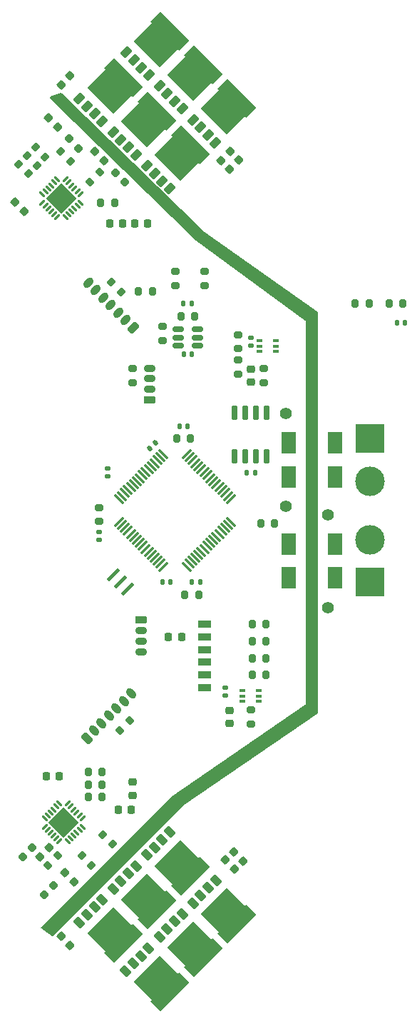
<source format=gbr>
%TF.GenerationSoftware,KiCad,Pcbnew,(6.0.8)*%
%TF.CreationDate,2023-03-29T20:05:15+09:00*%
%TF.ProjectId,ORION_VV_driver_v4,4f52494f-4e5f-4565-965f-647269766572,rev?*%
%TF.SameCoordinates,Original*%
%TF.FileFunction,Soldermask,Bot*%
%TF.FilePolarity,Negative*%
%FSLAX46Y46*%
G04 Gerber Fmt 4.6, Leading zero omitted, Abs format (unit mm)*
G04 Created by KiCad (PCBNEW (6.0.8)) date 2023-03-29 20:05:15*
%MOMM*%
%LPD*%
G01*
G04 APERTURE LIST*
G04 Aperture macros list*
%AMRoundRect*
0 Rectangle with rounded corners*
0 $1 Rounding radius*
0 $2 $3 $4 $5 $6 $7 $8 $9 X,Y pos of 4 corners*
0 Add a 4 corners polygon primitive as box body*
4,1,4,$2,$3,$4,$5,$6,$7,$8,$9,$2,$3,0*
0 Add four circle primitives for the rounded corners*
1,1,$1+$1,$2,$3*
1,1,$1+$1,$4,$5*
1,1,$1+$1,$6,$7*
1,1,$1+$1,$8,$9*
0 Add four rect primitives between the rounded corners*
20,1,$1+$1,$2,$3,$4,$5,0*
20,1,$1+$1,$4,$5,$6,$7,0*
20,1,$1+$1,$6,$7,$8,$9,0*
20,1,$1+$1,$8,$9,$2,$3,0*%
%AMHorizOval*
0 Thick line with rounded ends*
0 $1 width*
0 $2 $3 position (X,Y) of the first rounded end (center of the circle)*
0 $4 $5 position (X,Y) of the second rounded end (center of the circle)*
0 Add line between two ends*
20,1,$1,$2,$3,$4,$5,0*
0 Add two circle primitives to create the rounded ends*
1,1,$1,$2,$3*
1,1,$1,$4,$5*%
%AMRotRect*
0 Rectangle, with rotation*
0 The origin of the aperture is its center*
0 $1 length*
0 $2 width*
0 $3 Rotation angle, in degrees counterclockwise*
0 Add horizontal line*
21,1,$1,$2,0,0,$3*%
%AMFreePoly0*
4,1,21,3.024497,2.399497,3.045000,2.350000,3.045000,-2.350000,3.024497,-2.399497,2.975000,-2.420000,1.425000,-2.420000,1.375503,-2.399497,1.355000,-2.350000,1.355000,-2.170000,-1.650000,-2.170000,-1.699497,-2.149497,-1.720000,-2.100000,-1.720000,2.100000,-1.699497,2.149497,-1.650000,2.170000,1.355000,2.170000,1.355000,2.350000,1.375503,2.399497,1.425000,2.420000,2.975000,2.420000,
3.024497,2.399497,3.024497,2.399497,$1*%
G04 Aperture macros list end*
%ADD10RoundRect,0.225000X0.475000X-0.225000X0.475000X0.225000X-0.475000X0.225000X-0.475000X-0.225000X0*%
%ADD11O,1.400000X0.900000*%
%ADD12C,1.400000*%
%ADD13R,3.500000X3.500000*%
%ADD14C,3.500000*%
%ADD15RoundRect,0.225000X0.494975X0.176777X0.176777X0.494975X-0.494975X-0.176777X-0.176777X-0.494975X0*%
%ADD16HorizOval,0.900000X0.176777X0.176777X-0.176777X-0.176777X0*%
%ADD17RoundRect,0.225000X-0.475000X0.225000X-0.475000X-0.225000X0.475000X-0.225000X0.475000X0.225000X0*%
%ADD18RoundRect,0.225000X0.176777X-0.494975X0.494975X-0.176777X-0.176777X0.494975X-0.494975X0.176777X0*%
%ADD19HorizOval,0.900000X-0.176777X0.176777X0.176777X-0.176777X0*%
%ADD20RoundRect,0.225000X-0.575000X0.225000X-0.575000X-0.225000X0.575000X-0.225000X0.575000X0.225000X0*%
%ADD21RoundRect,0.140000X0.140000X0.170000X-0.140000X0.170000X-0.140000X-0.170000X0.140000X-0.170000X0*%
%ADD22RoundRect,0.200000X-0.275000X0.200000X-0.275000X-0.200000X0.275000X-0.200000X0.275000X0.200000X0*%
%ADD23RoundRect,0.200000X0.053033X-0.335876X0.335876X-0.053033X-0.053033X0.335876X-0.335876X0.053033X0*%
%ADD24RoundRect,0.200000X0.275000X-0.200000X0.275000X0.200000X-0.275000X0.200000X-0.275000X-0.200000X0*%
%ADD25RoundRect,0.200000X0.200000X0.275000X-0.200000X0.275000X-0.200000X-0.275000X0.200000X-0.275000X0*%
%ADD26RoundRect,0.225000X-0.335876X-0.017678X-0.017678X-0.335876X0.335876X0.017678X0.017678X0.335876X0*%
%ADD27RoundRect,0.200000X-0.200000X-0.275000X0.200000X-0.275000X0.200000X0.275000X-0.200000X0.275000X0*%
%ADD28RoundRect,0.070000X0.159099X-0.654074X0.654074X-0.159099X-0.159099X0.654074X-0.654074X0.159099X0*%
%ADD29FreePoly0,315.000000*%
%ADD30RoundRect,0.140000X-0.140000X-0.170000X0.140000X-0.170000X0.140000X0.170000X-0.140000X0.170000X0*%
%ADD31RoundRect,0.140000X0.170000X-0.140000X0.170000X0.140000X-0.170000X0.140000X-0.170000X-0.140000X0*%
%ADD32RoundRect,0.200000X-0.335876X-0.053033X-0.053033X-0.335876X0.335876X0.053033X0.053033X0.335876X0*%
%ADD33RoundRect,0.150000X0.150000X-0.725000X0.150000X0.725000X-0.150000X0.725000X-0.150000X-0.725000X0*%
%ADD34RoundRect,0.218750X0.256250X-0.218750X0.256250X0.218750X-0.256250X0.218750X-0.256250X-0.218750X0*%
%ADD35RoundRect,0.218750X-0.335876X-0.026517X-0.026517X-0.335876X0.335876X0.026517X0.026517X0.335876X0*%
%ADD36RoundRect,0.062500X-0.220971X-0.309359X0.309359X0.220971X0.220971X0.309359X-0.309359X-0.220971X0*%
%ADD37RoundRect,0.062500X0.220971X-0.309359X0.309359X-0.220971X-0.220971X0.309359X-0.309359X0.220971X0*%
%ADD38RotRect,2.600000X2.600000X45.000000*%
%ADD39RoundRect,0.218750X-0.218750X-0.256250X0.218750X-0.256250X0.218750X0.256250X-0.218750X0.256250X0*%
%ADD40R,0.650000X0.400000*%
%ADD41RoundRect,0.140000X0.021213X-0.219203X0.219203X-0.021213X-0.021213X0.219203X-0.219203X0.021213X0*%
%ADD42RoundRect,0.225000X0.225000X0.250000X-0.225000X0.250000X-0.225000X-0.250000X0.225000X-0.250000X0*%
%ADD43RoundRect,0.218750X-0.026517X0.335876X-0.335876X0.026517X0.026517X-0.335876X0.335876X-0.026517X0*%
%ADD44RoundRect,0.070000X0.654074X0.159099X0.159099X0.654074X-0.654074X-0.159099X-0.159099X-0.654074X0*%
%ADD45FreePoly0,45.000000*%
%ADD46RoundRect,0.225000X-0.250000X0.225000X-0.250000X-0.225000X0.250000X-0.225000X0.250000X0.225000X0*%
%ADD47RoundRect,0.200000X0.335876X0.053033X0.053033X0.335876X-0.335876X-0.053033X-0.053033X-0.335876X0*%
%ADD48RoundRect,0.150000X-0.512500X-0.150000X0.512500X-0.150000X0.512500X0.150000X-0.512500X0.150000X0*%
%ADD49RoundRect,0.200000X-0.053033X0.335876X-0.335876X0.053033X0.053033X-0.335876X0.335876X-0.053033X0*%
%ADD50RotRect,0.400000X1.900000X315.000000*%
%ADD51RoundRect,0.225000X0.017678X-0.335876X0.335876X-0.017678X-0.017678X0.335876X-0.335876X0.017678X0*%
%ADD52RoundRect,0.075000X-0.441942X-0.548008X0.548008X0.441942X0.441942X0.548008X-0.548008X-0.441942X0*%
%ADD53RoundRect,0.075000X0.441942X-0.548008X0.548008X-0.441942X-0.441942X0.548008X-0.548008X0.441942X0*%
%ADD54R,1.800000X2.500000*%
%ADD55RoundRect,0.062500X-0.309359X0.220971X0.220971X-0.309359X0.309359X-0.220971X-0.220971X0.309359X0*%
%ADD56RoundRect,0.062500X-0.309359X-0.220971X-0.220971X-0.309359X0.309359X0.220971X0.220971X0.309359X0*%
%ADD57RotRect,2.600000X2.600000X315.000000*%
%ADD58RoundRect,0.225000X-0.225000X-0.250000X0.225000X-0.250000X0.225000X0.250000X-0.225000X0.250000X0*%
%ADD59RoundRect,0.140000X-0.170000X0.140000X-0.170000X-0.140000X0.170000X-0.140000X0.170000X0.140000X0*%
%ADD60RoundRect,0.218750X0.218750X0.256250X-0.218750X0.256250X-0.218750X-0.256250X0.218750X-0.256250X0*%
%ADD61RoundRect,0.225000X0.335876X0.017678X0.017678X0.335876X-0.335876X-0.017678X-0.017678X-0.335876X0*%
G04 APERTURE END LIST*
D10*
%TO.C,J2*%
X108500000Y-86875000D03*
D11*
X108500000Y-85625000D03*
X108500000Y-84375000D03*
X108500000Y-83125000D03*
%TD*%
D12*
%TO.C,J11*%
X124675000Y-99500000D03*
X124675000Y-88500000D03*
D13*
X134675000Y-91500000D03*
D14*
X134675000Y-96500000D03*
%TD*%
D15*
%TO.C,J6*%
X106505204Y-78298097D03*
D16*
X105621321Y-77414214D03*
X104737437Y-76530330D03*
X103853554Y-75646447D03*
X102969670Y-74762563D03*
X102085787Y-73878680D03*
X101201903Y-72994796D03*
%TD*%
D17*
%TO.C,J3*%
X107500000Y-113000000D03*
D11*
X107500000Y-114250000D03*
X107500000Y-115500000D03*
X107500000Y-116750000D03*
%TD*%
D12*
%TO.C,J15*%
X129650000Y-111500000D03*
X129650000Y-100500000D03*
D13*
X134650000Y-108500000D03*
D14*
X134650000Y-103500000D03*
%TD*%
D18*
%TO.C,J5*%
X101000000Y-127000000D03*
D19*
X101883883Y-126116117D03*
X102767767Y-125232233D03*
X103651650Y-124348350D03*
X104535534Y-123464466D03*
X105419417Y-122580583D03*
X106303301Y-121696699D03*
%TD*%
D20*
%TO.C,J4*%
X115000000Y-113500000D03*
X115000000Y-115000000D03*
X115000000Y-116500000D03*
X115000000Y-118000000D03*
X115000000Y-119500000D03*
X115000000Y-121000000D03*
%TD*%
D21*
%TO.C,C7*%
X114480000Y-108500000D03*
X113520000Y-108500000D03*
%TD*%
D22*
%TO.C,FB1*%
X102500000Y-99675000D03*
X102500000Y-101325000D03*
%TD*%
D23*
%TO.C,R25*%
X101416637Y-61083363D03*
X102583363Y-59916637D03*
%TD*%
D24*
%TO.C,R32*%
X110000000Y-79825000D03*
X110000000Y-78175000D03*
%TD*%
D25*
%TO.C,R5*%
X108825000Y-74000000D03*
X107175000Y-74000000D03*
%TD*%
%TO.C,R10*%
X123325000Y-101500000D03*
X121675000Y-101500000D03*
%TD*%
D21*
%TO.C,C47*%
X113460000Y-75500000D03*
X112500000Y-75500000D03*
%TD*%
D26*
%TO.C,C22*%
X96451992Y-53451992D03*
X97548008Y-54548008D03*
%TD*%
D27*
%TO.C,R2*%
X120675000Y-115500000D03*
X122325000Y-115500000D03*
%TD*%
D24*
%TO.C,R13*%
X122000000Y-84825000D03*
X122000000Y-83175000D03*
%TD*%
D26*
%TO.C,C21*%
X101951992Y-57451992D03*
X103048008Y-58548008D03*
%TD*%
D28*
%TO.C,Q10*%
X100144778Y-148845926D03*
X101042804Y-147947901D03*
X101947901Y-147042804D03*
X102845926Y-146144778D03*
D29*
X103807591Y-149807591D03*
%TD*%
D27*
%TO.C,R24*%
X101175000Y-132500000D03*
X102825000Y-132500000D03*
%TD*%
D30*
%TO.C,C16*%
X112020000Y-90000000D03*
X112980000Y-90000000D03*
%TD*%
D31*
%TO.C,C15*%
X117473452Y-121980000D03*
X117473452Y-121020000D03*
%TD*%
D32*
%TO.C,R18*%
X102916637Y-138416637D03*
X104083363Y-139583363D03*
%TD*%
D33*
%TO.C,U3*%
X122405000Y-93575000D03*
X121135000Y-93575000D03*
X119865000Y-93575000D03*
X118595000Y-93575000D03*
X118595000Y-88425000D03*
X119865000Y-88425000D03*
X121135000Y-88425000D03*
X122405000Y-88425000D03*
%TD*%
D34*
%TO.C,D8*%
X106500000Y-133787500D03*
X106500000Y-132212500D03*
%TD*%
D26*
%TO.C,C43*%
X118451992Y-140451992D03*
X119548008Y-141548008D03*
%TD*%
%TO.C,C40*%
X97951992Y-150451992D03*
X99048008Y-151548008D03*
%TD*%
D35*
%TO.C,D10*%
X104443153Y-59943153D03*
X105556847Y-61056847D03*
%TD*%
D25*
%TO.C,R35*%
X134554524Y-75500000D03*
X132904524Y-75500000D03*
%TD*%
D28*
%TO.C,Q5*%
X109644778Y-150538335D03*
X110542804Y-149640310D03*
X111447901Y-148735213D03*
X112345926Y-147837187D03*
D29*
X113307591Y-151500000D03*
%TD*%
D36*
%TO.C,GD2*%
X97513864Y-65253903D03*
X97160311Y-64900349D03*
X96806757Y-64546796D03*
X96453204Y-64193243D03*
X96099651Y-63839689D03*
X95746097Y-63486136D03*
D37*
X95746097Y-62513864D03*
X96099651Y-62160311D03*
X96453204Y-61806757D03*
X96806757Y-61453204D03*
X97160311Y-61099651D03*
X97513864Y-60746097D03*
D36*
X98486136Y-60746097D03*
X98839689Y-61099651D03*
X99193243Y-61453204D03*
X99546796Y-61806757D03*
X99900349Y-62160311D03*
X100253903Y-62513864D03*
D37*
X100253903Y-63486136D03*
X99900349Y-63839689D03*
X99546796Y-64193243D03*
X99193243Y-64546796D03*
X98839689Y-64900349D03*
X98486136Y-65253903D03*
D38*
X98000000Y-63000000D03*
%TD*%
D21*
%TO.C,C9*%
X120980000Y-95500000D03*
X120020000Y-95500000D03*
%TD*%
D39*
%TO.C,D5*%
X110712500Y-115000000D03*
X112287500Y-115000000D03*
%TD*%
D40*
%TO.C,U5*%
X119523452Y-122650000D03*
X119523452Y-122000000D03*
X119523452Y-121350000D03*
X121423452Y-121350000D03*
X121423452Y-122000000D03*
X121423452Y-122650000D03*
%TD*%
D41*
%TO.C,C5*%
X108460589Y-92639411D03*
X109139411Y-91960589D03*
%TD*%
D31*
%TO.C,C11*%
X102500000Y-103480000D03*
X102500000Y-102520000D03*
%TD*%
D26*
%TO.C,C42*%
X117451992Y-141451992D03*
X118548008Y-142548008D03*
%TD*%
D42*
%TO.C,C12*%
X97775000Y-131500000D03*
X96225000Y-131500000D03*
%TD*%
D43*
%TO.C,D6*%
X94556847Y-139943153D03*
X93443153Y-141056847D03*
%TD*%
D28*
%TO.C,Q2*%
X108144778Y-140845926D03*
X109042804Y-139947901D03*
X109947901Y-139042804D03*
X110845926Y-138144778D03*
D29*
X111807591Y-141807591D03*
%TD*%
D44*
%TO.C,Q4*%
X102845926Y-53855222D03*
X101947901Y-52957196D03*
X101042804Y-52052099D03*
X100144778Y-51154074D03*
D45*
X103807591Y-50192409D03*
%TD*%
D27*
%TO.C,R4*%
X120675000Y-119500000D03*
X122325000Y-119500000D03*
%TD*%
%TO.C,R3*%
X120675000Y-113500000D03*
X122325000Y-113500000D03*
%TD*%
D46*
%TO.C,C24*%
X120500000Y-83225000D03*
X120500000Y-84775000D03*
%TD*%
D47*
%TO.C,R21*%
X99083363Y-58583363D03*
X97916637Y-57416637D03*
%TD*%
D28*
%TO.C,Q9*%
X105644778Y-154614070D03*
X106542804Y-153716045D03*
X107447901Y-152810948D03*
X108345926Y-151912922D03*
D29*
X109307591Y-155575735D03*
%TD*%
D44*
%TO.C,Q7*%
X112345926Y-52355222D03*
X111447901Y-51457196D03*
X110542804Y-50552099D03*
X109644778Y-49654074D03*
D45*
X113307591Y-48692409D03*
%TD*%
D48*
%TO.C,U1*%
X111862500Y-80450000D03*
X111862500Y-79500000D03*
X111862500Y-78550000D03*
X114137500Y-78550000D03*
X114137500Y-79500000D03*
X114137500Y-80450000D03*
%TD*%
D44*
%TO.C,Q8*%
X106845926Y-57855222D03*
X105947901Y-56957196D03*
X105042804Y-56052099D03*
X104144778Y-55154074D03*
D45*
X107807591Y-54192409D03*
%TD*%
D43*
%TO.C,D7*%
X97056847Y-144443153D03*
X95943153Y-145556847D03*
%TD*%
D49*
%TO.C,R15*%
X106083363Y-124916637D03*
X104916637Y-126083363D03*
%TD*%
D50*
%TO.C,Y1*%
X104151472Y-107651472D03*
X105000000Y-108500000D03*
X105848528Y-109348528D03*
%TD*%
D35*
%TO.C,D11*%
X98943153Y-55943153D03*
X100056847Y-57056847D03*
%TD*%
D42*
%TO.C,C20*%
X108275000Y-66000000D03*
X106725000Y-66000000D03*
%TD*%
D24*
%TO.C,R12*%
X120473452Y-125325000D03*
X120473452Y-123675000D03*
%TD*%
D51*
%TO.C,C44*%
X116951992Y-58548008D03*
X118048008Y-57451992D03*
%TD*%
D24*
%TO.C,R16*%
X111500000Y-73325000D03*
X111500000Y-71675000D03*
%TD*%
D52*
%TO.C,U4*%
X110138819Y-106664481D03*
X109785266Y-106310928D03*
X109431713Y-105957375D03*
X109078159Y-105603821D03*
X108724606Y-105250268D03*
X108371052Y-104896714D03*
X108017499Y-104543161D03*
X107663946Y-104189608D03*
X107310392Y-103836054D03*
X106956839Y-103482501D03*
X106603286Y-103128948D03*
X106249732Y-102775394D03*
X105896179Y-102421841D03*
X105542625Y-102068287D03*
X105189072Y-101714734D03*
X104835519Y-101361181D03*
D53*
X104835519Y-98638819D03*
X105189072Y-98285266D03*
X105542625Y-97931713D03*
X105896179Y-97578159D03*
X106249732Y-97224606D03*
X106603286Y-96871052D03*
X106956839Y-96517499D03*
X107310392Y-96163946D03*
X107663946Y-95810392D03*
X108017499Y-95456839D03*
X108371052Y-95103286D03*
X108724606Y-94749732D03*
X109078159Y-94396179D03*
X109431713Y-94042625D03*
X109785266Y-93689072D03*
X110138819Y-93335519D03*
D52*
X112861181Y-93335519D03*
X113214734Y-93689072D03*
X113568287Y-94042625D03*
X113921841Y-94396179D03*
X114275394Y-94749732D03*
X114628948Y-95103286D03*
X114982501Y-95456839D03*
X115336054Y-95810392D03*
X115689608Y-96163946D03*
X116043161Y-96517499D03*
X116396714Y-96871052D03*
X116750268Y-97224606D03*
X117103821Y-97578159D03*
X117457375Y-97931713D03*
X117810928Y-98285266D03*
X118164481Y-98638819D03*
D53*
X118164481Y-101361181D03*
X117810928Y-101714734D03*
X117457375Y-102068287D03*
X117103821Y-102421841D03*
X116750268Y-102775394D03*
X116396714Y-103128948D03*
X116043161Y-103482501D03*
X115689608Y-103836054D03*
X115336054Y-104189608D03*
X114982501Y-104543161D03*
X114628948Y-104896714D03*
X114275394Y-105250268D03*
X113921841Y-105603821D03*
X113568287Y-105957375D03*
X113214734Y-106310928D03*
X112861181Y-106664481D03*
%TD*%
D54*
%TO.C,D16*%
X130500000Y-108000000D03*
X130500000Y-104000000D03*
%TD*%
D25*
%TO.C,R11*%
X113325000Y-91500000D03*
X111675000Y-91500000D03*
%TD*%
D26*
%TO.C,C13*%
X92451992Y-63451992D03*
X93548008Y-64548008D03*
%TD*%
D24*
%TO.C,R17*%
X115000000Y-73325000D03*
X115000000Y-71675000D03*
%TD*%
D28*
%TO.C,Q1*%
X113644778Y-146538335D03*
X114542804Y-145640310D03*
X115447901Y-144735213D03*
X116345926Y-143837187D03*
D29*
X117307591Y-147500000D03*
%TD*%
D24*
%TO.C,R6*%
X106500000Y-84825000D03*
X106500000Y-83175000D03*
%TD*%
D55*
%TO.C,GD1*%
X96003635Y-136513864D03*
X96357189Y-136160311D03*
X96710742Y-135806757D03*
X97064295Y-135453204D03*
X97417849Y-135099651D03*
X97771402Y-134746097D03*
D56*
X98743674Y-134746097D03*
X99097227Y-135099651D03*
X99450781Y-135453204D03*
X99804334Y-135806757D03*
X100157887Y-136160311D03*
X100511441Y-136513864D03*
D55*
X100511441Y-137486136D03*
X100157887Y-137839689D03*
X99804334Y-138193243D03*
X99450781Y-138546796D03*
X99097227Y-138900349D03*
X98743674Y-139253903D03*
D56*
X97771402Y-139253903D03*
X97417849Y-138900349D03*
X97064295Y-138546796D03*
X96710742Y-138193243D03*
X96357189Y-137839689D03*
X96003635Y-137486136D03*
D57*
X98257538Y-137000000D03*
%TD*%
D24*
%TO.C,R8*%
X119000000Y-83825000D03*
X119000000Y-82175000D03*
%TD*%
D44*
%TO.C,Q3*%
X108398025Y-48398026D03*
X107500000Y-47500000D03*
X106594903Y-46594903D03*
X105696877Y-45696878D03*
D45*
X109359690Y-44735213D03*
%TD*%
D27*
%TO.C,R29*%
X101175000Y-134000000D03*
X102825000Y-134000000D03*
%TD*%
D54*
%TO.C,D17*%
X125000000Y-108000000D03*
X125000000Y-104000000D03*
%TD*%
D58*
%TO.C,C19*%
X104725000Y-135500000D03*
X106275000Y-135500000D03*
%TD*%
D27*
%TO.C,R19*%
X101175000Y-131000000D03*
X102825000Y-131000000D03*
%TD*%
D28*
%TO.C,Q6*%
X104144778Y-144845926D03*
X105042804Y-143947901D03*
X105947901Y-143042804D03*
X106845926Y-142144778D03*
D29*
X107807591Y-145807591D03*
%TD*%
D24*
%TO.C,R9*%
X119000000Y-80825000D03*
X119000000Y-79175000D03*
%TD*%
D27*
%TO.C,R33*%
X112175000Y-77000000D03*
X113825000Y-77000000D03*
%TD*%
%TO.C,R1*%
X120675000Y-117500000D03*
X122325000Y-117500000D03*
%TD*%
D47*
%TO.C,R22*%
X94083363Y-60083363D03*
X92916637Y-58916637D03*
%TD*%
D44*
%TO.C,Q12*%
X110845926Y-61855222D03*
X109947901Y-60957196D03*
X109042804Y-60052099D03*
X108144778Y-59154074D03*
D45*
X111807591Y-58192409D03*
%TD*%
D40*
%TO.C,U6*%
X121550000Y-81150000D03*
X121550000Y-80500000D03*
X121550000Y-79850000D03*
X123450000Y-79850000D03*
X123450000Y-80500000D03*
X123450000Y-81150000D03*
%TD*%
D44*
%TO.C,Q11*%
X116316152Y-56384996D03*
X115418127Y-55486970D03*
X114513030Y-54581873D03*
X113615004Y-53683848D03*
D45*
X117277817Y-52722183D03*
%TD*%
D47*
%TO.C,R31*%
X96083363Y-58083363D03*
X94916637Y-56916637D03*
%TD*%
D32*
%TO.C,R23*%
X100416637Y-140916637D03*
X101583363Y-142083363D03*
%TD*%
D21*
%TO.C,C6*%
X110980000Y-108500000D03*
X110020000Y-108500000D03*
%TD*%
D54*
%TO.C,D18*%
X125000000Y-96000000D03*
X125000000Y-92000000D03*
%TD*%
D59*
%TO.C,C8*%
X103500000Y-95020000D03*
X103500000Y-95980000D03*
%TD*%
D47*
%TO.C,R27*%
X95083363Y-59083363D03*
X93916637Y-57916637D03*
%TD*%
D60*
%TO.C,D9*%
X105287500Y-66000000D03*
X103712500Y-66000000D03*
%TD*%
D21*
%TO.C,C46*%
X113480000Y-81500000D03*
X112520000Y-81500000D03*
%TD*%
D49*
%TO.C,R28*%
X97583363Y-140916637D03*
X96416637Y-142083363D03*
%TD*%
D32*
%TO.C,R14*%
X103916637Y-72916637D03*
X105083363Y-74083363D03*
%TD*%
D27*
%TO.C,R7*%
X112675000Y-110000000D03*
X114325000Y-110000000D03*
%TD*%
D61*
%TO.C,C18*%
X99548008Y-144048008D03*
X98451992Y-142951992D03*
%TD*%
D21*
%TO.C,C50*%
X138789524Y-77740000D03*
X137829524Y-77740000D03*
%TD*%
D31*
%TO.C,C14*%
X120500000Y-80480000D03*
X120500000Y-79520000D03*
%TD*%
D25*
%TO.C,R34*%
X138564524Y-75500000D03*
X136914524Y-75500000D03*
%TD*%
D54*
%TO.C,D19*%
X130500000Y-96000000D03*
X130500000Y-92000000D03*
%TD*%
D51*
%TO.C,C45*%
X117951992Y-59548008D03*
X119048008Y-58451992D03*
%TD*%
%TO.C,C17*%
X95451992Y-141048008D03*
X96548008Y-139951992D03*
%TD*%
D27*
%TO.C,R30*%
X102675000Y-63500000D03*
X104325000Y-63500000D03*
%TD*%
D51*
%TO.C,C41*%
X97951992Y-49548008D03*
X99048008Y-48451992D03*
%TD*%
D46*
%TO.C,C23*%
X117973452Y-123725000D03*
X117973452Y-125275000D03*
%TD*%
G36*
X98054952Y-50553335D02*
G01*
X114996443Y-66996547D01*
X115004053Y-67002852D01*
X128446512Y-76462360D01*
X128490711Y-76517921D01*
X128500000Y-76565404D01*
X128500000Y-123933720D01*
X128479998Y-124001841D01*
X128445383Y-124037549D01*
X112504758Y-134996729D01*
X112495915Y-135004085D01*
X97073041Y-150426959D01*
X97010729Y-150460985D01*
X96939914Y-150455920D01*
X96914054Y-150442702D01*
X95627882Y-149585254D01*
X95582297Y-149530825D01*
X95573375Y-149460391D01*
X95608679Y-149391321D01*
X110991818Y-134008182D01*
X111009530Y-133993448D01*
X126985071Y-123010264D01*
X126998804Y-122993381D01*
X127000000Y-122987442D01*
X127000000Y-77518115D01*
X126993599Y-77496314D01*
X126990601Y-77493131D01*
X114007125Y-68005207D01*
X113993672Y-67993853D01*
X96648631Y-51144384D01*
X96613707Y-51082572D01*
X96617745Y-51011690D01*
X96659463Y-50954244D01*
X96696581Y-50934473D01*
X97927351Y-50524216D01*
X97998301Y-50521650D01*
X98054952Y-50553335D01*
G37*
M02*

</source>
